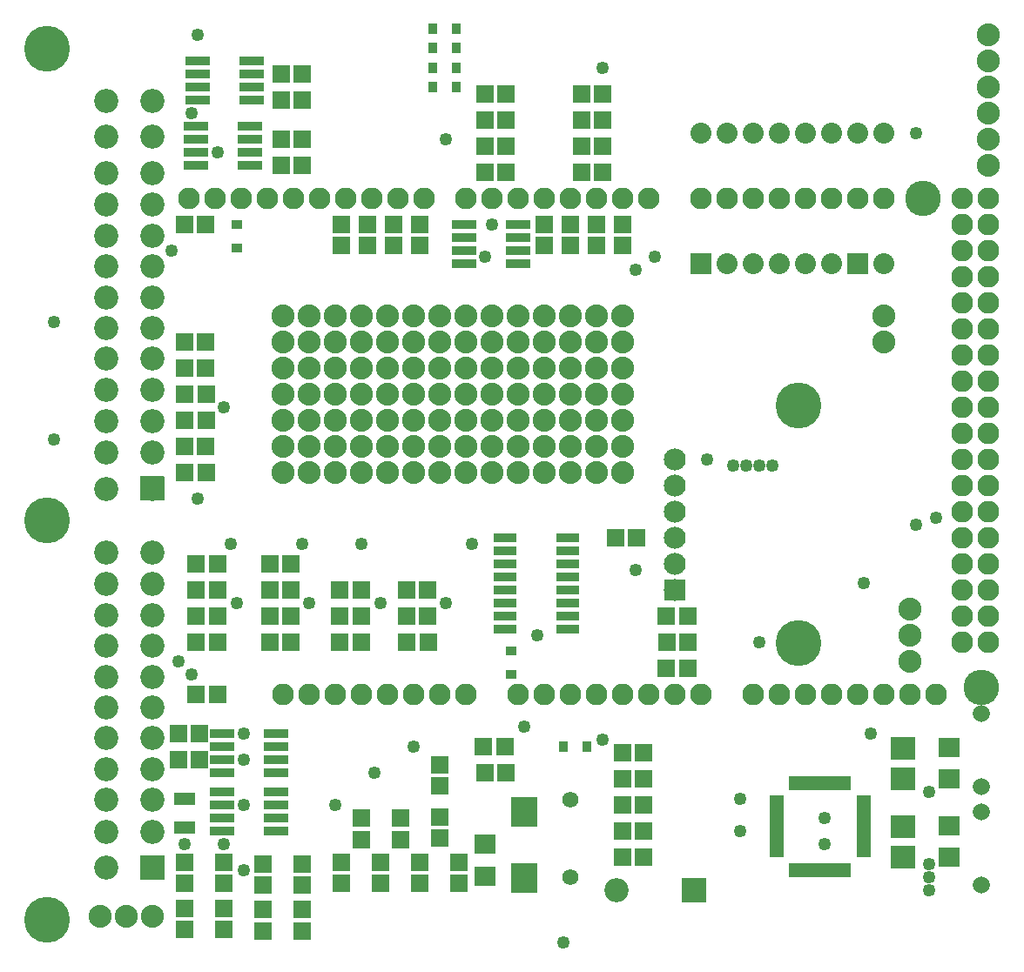
<source format=gts>
G04 MADE WITH FRITZING*
G04 WWW.FRITZING.ORG*
G04 DOUBLE SIDED*
G04 HOLES PLATED*
G04 CONTOUR ON CENTER OF CONTOUR VECTOR*
%ASAXBY*%
%FSLAX23Y23*%
%MOIN*%
%OFA0B0*%
%SFA1.0B1.0*%
%ADD10C,0.049370*%
%ADD11C,0.082917*%
%ADD12C,0.088000*%
%ADD13C,0.065433*%
%ADD14C,0.084000*%
%ADD15C,0.175354*%
%ADD16C,0.092672*%
%ADD17C,0.080000*%
%ADD18C,0.135984*%
%ADD19C,0.092000*%
%ADD20C,0.061496*%
%ADD21R,0.080866X0.049370*%
%ADD22R,0.065118X0.069055*%
%ADD23R,0.069055X0.065118*%
%ADD24R,0.042677X0.034803*%
%ADD25R,0.097000X0.034000*%
%ADD26R,0.034803X0.042677*%
%ADD27R,0.104488X0.112362*%
%ADD28R,0.084000X0.084000*%
%ADD29R,0.084803X0.072992*%
%ADD30R,0.080000X0.080000*%
%ADD31R,0.096614X0.088740*%
%ADD32R,0.092000X0.092000*%
%ADD33R,0.090000X0.036000*%
%ADD34R,0.020000X0.055000*%
%ADD35R,0.055000X0.020000*%
%ADD36R,0.001000X0.001000*%
%LNMASK1*%
G90*
G70*
G54D10*
X1866Y2853D03*
X2841Y778D03*
X2841Y653D03*
X3166Y703D03*
X3166Y603D03*
X1891Y2978D03*
X841Y3253D03*
X941Y503D03*
X741Y3403D03*
X766Y3703D03*
X216Y2603D03*
X216Y2153D03*
X1816Y1753D03*
X2066Y1403D03*
X2166Y228D03*
X741Y1253D03*
X766Y1928D03*
X2816Y2053D03*
X2866Y2053D03*
X2916Y2053D03*
X2966Y2053D03*
G54D11*
X2991Y1178D03*
X1391Y1178D03*
X3091Y1178D03*
X3191Y1178D03*
X3291Y1178D03*
X3391Y1178D03*
X3691Y2578D03*
X3491Y1178D03*
X3591Y1178D03*
X1431Y3078D03*
X1991Y1178D03*
X2091Y1178D03*
X2191Y1178D03*
X2291Y1178D03*
X3691Y1778D03*
X2391Y1178D03*
X2491Y1178D03*
X2591Y1178D03*
X2691Y1178D03*
X2191Y3078D03*
X3691Y2978D03*
X3691Y2178D03*
X3691Y1378D03*
X1031Y3078D03*
X1791Y1178D03*
X1791Y3078D03*
X3691Y2778D03*
X3691Y2378D03*
X3691Y1978D03*
X3391Y3078D03*
X3691Y1578D03*
X3291Y3078D03*
X3191Y3078D03*
X3091Y3078D03*
X2991Y3078D03*
X2891Y3078D03*
X2791Y3078D03*
X2691Y3078D03*
X831Y3078D03*
X1231Y3078D03*
X1631Y3078D03*
X1191Y1178D03*
X1591Y1178D03*
X2391Y3078D03*
X1991Y3078D03*
X3691Y3078D03*
X3691Y2878D03*
X3691Y2678D03*
X3691Y2478D03*
X3691Y2278D03*
X3691Y2078D03*
X3691Y1878D03*
X3691Y1678D03*
X3691Y1478D03*
X731Y3078D03*
X931Y3078D03*
X1131Y3078D03*
X1331Y3078D03*
X1531Y3078D03*
X1091Y1178D03*
X1291Y1178D03*
X1491Y1178D03*
X1691Y1178D03*
X2491Y3078D03*
X2291Y3078D03*
X2091Y3078D03*
X1891Y3078D03*
X3791Y3078D03*
X3791Y2978D03*
X3791Y2878D03*
X3791Y2778D03*
X3791Y2678D03*
X3791Y2578D03*
X3791Y2478D03*
X3791Y2378D03*
X3791Y2278D03*
X3791Y2178D03*
X3791Y2078D03*
X3791Y1978D03*
X3791Y1878D03*
X3791Y1778D03*
X3791Y1678D03*
X3791Y1578D03*
X3791Y1478D03*
X3791Y1378D03*
X2891Y1178D03*
G54D10*
X3566Y803D03*
X2316Y1003D03*
G54D12*
X1291Y2428D03*
X2091Y2028D03*
X2091Y2428D03*
X1991Y2528D03*
X1891Y2528D03*
X1991Y2028D03*
X1891Y2028D03*
X1991Y2428D03*
X2091Y2528D03*
X2191Y2028D03*
X2391Y2528D03*
X2391Y2028D03*
X2191Y2428D03*
X2391Y2428D03*
X2291Y2528D03*
X1891Y2428D03*
X2291Y2028D03*
X2191Y2528D03*
X2291Y2428D03*
X1491Y2028D03*
X1491Y2428D03*
X1491Y2528D03*
X1391Y2528D03*
X1391Y2028D03*
X1291Y2528D03*
X1391Y2428D03*
X1291Y2028D03*
X1791Y2528D03*
X1691Y2028D03*
X1691Y2528D03*
X1791Y2028D03*
X1791Y2428D03*
X1591Y2428D03*
X1691Y2428D03*
X1591Y2528D03*
X1591Y2028D03*
X591Y328D03*
X491Y328D03*
X391Y328D03*
X1291Y2128D03*
X2091Y2128D03*
X2191Y2128D03*
X2391Y2128D03*
X1891Y2128D03*
X2291Y2128D03*
X1991Y2128D03*
X1491Y2128D03*
X1391Y2128D03*
X1591Y2128D03*
X1791Y2128D03*
X1691Y2128D03*
X1291Y2228D03*
X1991Y2228D03*
X1891Y2228D03*
X2091Y2228D03*
X2291Y2228D03*
X2191Y2228D03*
X2391Y2228D03*
X1391Y2228D03*
X1491Y2228D03*
X1791Y2228D03*
X1591Y2228D03*
X1691Y2228D03*
X1291Y2328D03*
X2091Y2328D03*
X2191Y2328D03*
X2291Y2328D03*
X2391Y2328D03*
X1991Y2328D03*
X1891Y2328D03*
X1391Y2328D03*
X1591Y2328D03*
X1491Y2328D03*
X1691Y2328D03*
X1791Y2328D03*
G54D10*
X3566Y478D03*
X3566Y428D03*
X3566Y528D03*
X2716Y2078D03*
X2441Y2803D03*
X1716Y3303D03*
X2316Y3578D03*
X3591Y1853D03*
X2441Y1653D03*
X666Y2878D03*
X1591Y978D03*
X1441Y878D03*
X1291Y753D03*
G54D13*
X3766Y1103D03*
X3766Y823D03*
X3766Y1103D03*
X3766Y823D03*
G54D10*
X2016Y1053D03*
X3341Y1028D03*
G54D13*
X3766Y728D03*
X3766Y448D03*
X3766Y728D03*
X3766Y448D03*
G54D14*
X2591Y1578D03*
X2591Y1678D03*
X2591Y1778D03*
X2591Y1878D03*
X2591Y1978D03*
X2591Y2078D03*
G54D15*
X3064Y1373D03*
X3064Y2283D03*
G54D10*
X941Y1028D03*
X941Y928D03*
X866Y603D03*
X716Y603D03*
X941Y753D03*
G54D16*
X414Y514D03*
X414Y652D03*
X591Y652D03*
X414Y774D03*
X591Y774D03*
X414Y892D03*
X591Y892D03*
X414Y1010D03*
X591Y1010D03*
X414Y1128D03*
X591Y1128D03*
X414Y1246D03*
X591Y1246D03*
X414Y1364D03*
X591Y1364D03*
X414Y1482D03*
X591Y1482D03*
X414Y1601D03*
X591Y1601D03*
X414Y1722D03*
X591Y1722D03*
X414Y1966D03*
X414Y2105D03*
X591Y2105D03*
X414Y2226D03*
X591Y2226D03*
X414Y2345D03*
X591Y2345D03*
X414Y2463D03*
X591Y2463D03*
X414Y2581D03*
X591Y2581D03*
X414Y2699D03*
X591Y2699D03*
X414Y2817D03*
X591Y2817D03*
X414Y2936D03*
X591Y2936D03*
X414Y3054D03*
X591Y3054D03*
X414Y3176D03*
X591Y3176D03*
X414Y3313D03*
X591Y3313D03*
X414Y3451D03*
X591Y3451D03*
X591Y514D03*
X591Y1966D03*
G54D15*
X190Y315D03*
X190Y3650D03*
X190Y1845D03*
G54D10*
X3316Y1603D03*
X2916Y1378D03*
X2516Y2853D03*
G54D17*
X3391Y3329D03*
X3391Y2829D03*
X3291Y3329D03*
X3291Y2829D03*
X3191Y3329D03*
X3191Y2829D03*
X3091Y3329D03*
X3091Y2829D03*
X2991Y3329D03*
X2991Y2829D03*
X2891Y3329D03*
X2891Y2829D03*
X2791Y3329D03*
X2791Y2829D03*
X2691Y3329D03*
X2691Y2829D03*
G54D10*
X3516Y1828D03*
G54D18*
X3766Y1203D03*
X3541Y3078D03*
G54D19*
X2666Y428D03*
X2368Y428D03*
G54D20*
X2191Y478D03*
X2191Y773D03*
X2191Y478D03*
X2191Y773D03*
G54D10*
X916Y1528D03*
X1191Y1528D03*
X1466Y1528D03*
X1716Y1528D03*
X691Y1303D03*
X866Y2278D03*
X1391Y1753D03*
X1166Y1753D03*
X891Y1753D03*
G54D12*
X3791Y3203D03*
X3791Y3303D03*
X3791Y3403D03*
X3791Y3503D03*
X3791Y3603D03*
X3791Y3703D03*
X3391Y2628D03*
X3391Y2528D03*
X3491Y1503D03*
X3491Y1403D03*
X3491Y1303D03*
X1091Y2628D03*
X1091Y2528D03*
X1091Y2428D03*
X1091Y2328D03*
X1091Y2228D03*
X1091Y2128D03*
X1091Y2028D03*
X1191Y2628D03*
X1191Y2528D03*
X1191Y2428D03*
X1191Y2328D03*
X1191Y2228D03*
X1191Y2128D03*
X1191Y2028D03*
X1991Y2628D03*
X1891Y2628D03*
X2091Y2628D03*
X2391Y2628D03*
X2291Y2628D03*
X2191Y2628D03*
X1491Y2628D03*
X1391Y2628D03*
X1291Y2628D03*
X1791Y2628D03*
X1691Y2628D03*
X1591Y2628D03*
G54D10*
X3516Y3328D03*
G54D21*
X716Y778D03*
X716Y668D03*
G54D22*
X2641Y1278D03*
X2560Y1278D03*
X2561Y1378D03*
X2641Y1378D03*
X2641Y1478D03*
X2560Y1478D03*
G54D23*
X2391Y2978D03*
X2391Y2897D03*
X2291Y2978D03*
X2291Y2897D03*
X2091Y2978D03*
X2091Y2897D03*
X2191Y2978D03*
X2191Y2897D03*
G54D22*
X2366Y1778D03*
X2447Y1778D03*
X716Y2978D03*
X797Y2978D03*
G54D24*
X1966Y1253D03*
X1966Y1344D03*
X916Y2978D03*
X916Y2887D03*
G54D25*
X1066Y928D03*
X860Y878D03*
X860Y978D03*
X1066Y978D03*
X860Y928D03*
X1066Y1028D03*
X860Y1028D03*
X1066Y878D03*
X1066Y703D03*
X860Y653D03*
X860Y753D03*
X1066Y753D03*
X860Y703D03*
X1066Y803D03*
X860Y803D03*
X1066Y653D03*
G54D22*
X1941Y978D03*
X1860Y978D03*
X760Y1578D03*
X841Y1578D03*
X760Y1678D03*
X841Y1678D03*
X1566Y1478D03*
X1647Y1478D03*
X1566Y1578D03*
X1647Y1578D03*
X1866Y878D03*
X1947Y878D03*
G54D26*
X2166Y978D03*
X2257Y978D03*
G54D22*
X841Y1178D03*
X760Y1178D03*
X798Y2228D03*
X717Y2228D03*
X716Y2428D03*
X797Y2428D03*
X716Y2128D03*
X797Y2128D03*
G54D23*
X1166Y272D03*
X1166Y353D03*
X1016Y272D03*
X1016Y353D03*
X716Y278D03*
X716Y359D03*
X866Y278D03*
X866Y359D03*
X866Y453D03*
X866Y534D03*
X1541Y703D03*
X1541Y622D03*
G54D22*
X798Y2328D03*
X717Y2328D03*
G54D23*
X716Y453D03*
X716Y534D03*
X1391Y703D03*
X1391Y622D03*
X1166Y447D03*
X1166Y528D03*
X1016Y447D03*
X1016Y528D03*
G54D27*
X2016Y476D03*
X2016Y728D03*
G54D22*
X1866Y3178D03*
X1947Y3178D03*
G54D26*
X1666Y3653D03*
X1757Y3653D03*
X1666Y3728D03*
X1757Y3728D03*
X1666Y3503D03*
X1757Y3503D03*
X1666Y3578D03*
X1757Y3578D03*
G54D22*
X841Y1478D03*
X760Y1478D03*
X2316Y3478D03*
X2235Y3478D03*
G54D23*
X1316Y453D03*
X1316Y534D03*
G54D28*
X2591Y1578D03*
G54D23*
X1466Y453D03*
X1466Y534D03*
G54D22*
X841Y1378D03*
X760Y1378D03*
X716Y2528D03*
X797Y2528D03*
X798Y2028D03*
X717Y2028D03*
X2472Y753D03*
X2391Y753D03*
X1391Y1378D03*
X1310Y1378D03*
X1648Y1378D03*
X1567Y1378D03*
G54D29*
X3641Y853D03*
X3641Y975D03*
X3641Y553D03*
X3641Y675D03*
X1866Y603D03*
X1866Y481D03*
G54D22*
X1866Y3478D03*
X1947Y3478D03*
X2316Y3378D03*
X2235Y3378D03*
G54D30*
X2691Y2829D03*
X3291Y2829D03*
G54D22*
X1866Y3378D03*
X1947Y3378D03*
G54D31*
X3466Y971D03*
X3466Y853D03*
X3466Y671D03*
X3466Y553D03*
G54D23*
X1516Y2978D03*
X1516Y2897D03*
X1316Y2978D03*
X1316Y2897D03*
X1616Y2978D03*
X1616Y2897D03*
X1416Y2978D03*
X1416Y2897D03*
G54D32*
X2667Y428D03*
G54D22*
X1166Y3453D03*
X1085Y3453D03*
X1166Y3203D03*
X1085Y3203D03*
X1166Y3553D03*
X1085Y3553D03*
X1166Y3303D03*
X1085Y3303D03*
X2316Y3278D03*
X2235Y3278D03*
X2316Y3178D03*
X2235Y3178D03*
X1866Y3278D03*
X1947Y3278D03*
G54D25*
X1991Y2878D03*
X1785Y2828D03*
X1785Y2928D03*
X1991Y2928D03*
X1785Y2878D03*
X1991Y2978D03*
X1785Y2978D03*
X1991Y2828D03*
X972Y3503D03*
X766Y3453D03*
X766Y3553D03*
X972Y3553D03*
X766Y3503D03*
X972Y3603D03*
X766Y3603D03*
X972Y3453D03*
X966Y3253D03*
X760Y3203D03*
X760Y3303D03*
X966Y3303D03*
X760Y3253D03*
X966Y3353D03*
X760Y3353D03*
X966Y3203D03*
G54D22*
X1122Y1478D03*
X1041Y1478D03*
X1122Y1378D03*
X1041Y1378D03*
G54D23*
X1766Y453D03*
X1766Y534D03*
X1616Y453D03*
X1616Y534D03*
X1691Y628D03*
X1691Y709D03*
X1691Y909D03*
X1691Y828D03*
G54D22*
X2391Y853D03*
X2472Y853D03*
X1041Y1578D03*
X1121Y1578D03*
X1041Y1678D03*
X1122Y1678D03*
G54D33*
X2183Y1428D03*
X2183Y1478D03*
X2183Y1528D03*
X2183Y1578D03*
X2183Y1628D03*
X2183Y1678D03*
X2183Y1728D03*
X2183Y1778D03*
X1941Y1778D03*
X1941Y1728D03*
X1941Y1678D03*
X1941Y1628D03*
X1941Y1578D03*
X1941Y1528D03*
X1941Y1478D03*
X1941Y1428D03*
G54D34*
X3040Y505D03*
X3059Y505D03*
X3079Y505D03*
X3099Y505D03*
X3119Y505D03*
X3138Y505D03*
X3158Y505D03*
X3178Y505D03*
X3197Y505D03*
X3217Y505D03*
X3237Y505D03*
X3256Y505D03*
G54D35*
X3315Y564D03*
X3315Y583D03*
X3315Y603D03*
X3315Y623D03*
X3315Y642D03*
X3315Y662D03*
X3315Y682D03*
X3315Y701D03*
X3315Y721D03*
X3315Y741D03*
X3315Y761D03*
X3315Y780D03*
G54D34*
X3256Y839D03*
X3237Y839D03*
X3217Y839D03*
X3197Y839D03*
X3178Y839D03*
X3158Y839D03*
X3138Y839D03*
X3119Y839D03*
X3099Y839D03*
X3079Y839D03*
X3059Y839D03*
X3040Y839D03*
G54D35*
X2981Y780D03*
X2981Y761D03*
X2981Y741D03*
X2981Y721D03*
X2981Y701D03*
X2981Y682D03*
X2981Y662D03*
X2981Y642D03*
X2981Y623D03*
X2981Y603D03*
X2981Y583D03*
X2981Y564D03*
G54D22*
X1310Y1578D03*
X1391Y1578D03*
X1310Y1478D03*
X1391Y1478D03*
X2472Y653D03*
X2391Y653D03*
X2391Y553D03*
X2471Y553D03*
X2391Y953D03*
X2471Y953D03*
X691Y928D03*
X772Y928D03*
X772Y1028D03*
X691Y1028D03*
G54D36*
X545Y2013D02*
X636Y2013D01*
X545Y2012D02*
X637Y2012D01*
X545Y2011D02*
X637Y2011D01*
X545Y2010D02*
X637Y2010D01*
X545Y2009D02*
X637Y2009D01*
X545Y2008D02*
X637Y2008D01*
X545Y2007D02*
X637Y2007D01*
X545Y2006D02*
X637Y2006D01*
X545Y2005D02*
X637Y2005D01*
X545Y2004D02*
X637Y2004D01*
X545Y2003D02*
X637Y2003D01*
X545Y2002D02*
X637Y2002D01*
X545Y2001D02*
X637Y2001D01*
X545Y2000D02*
X637Y2000D01*
X545Y1999D02*
X637Y1999D01*
X545Y1998D02*
X637Y1998D01*
X545Y1997D02*
X637Y1997D01*
X545Y1996D02*
X637Y1996D01*
X545Y1995D02*
X637Y1995D01*
X545Y1994D02*
X637Y1994D01*
X545Y1993D02*
X637Y1993D01*
X545Y1992D02*
X637Y1992D01*
X545Y1991D02*
X637Y1991D01*
X545Y1990D02*
X637Y1990D01*
X545Y1989D02*
X637Y1989D01*
X545Y1988D02*
X637Y1988D01*
X545Y1987D02*
X637Y1987D01*
X545Y1986D02*
X637Y1986D01*
X545Y1985D02*
X637Y1985D01*
X545Y1984D02*
X588Y1984D01*
X593Y1984D02*
X637Y1984D01*
X545Y1983D02*
X584Y1983D01*
X598Y1983D02*
X637Y1983D01*
X545Y1982D02*
X582Y1982D01*
X600Y1982D02*
X637Y1982D01*
X545Y1981D02*
X580Y1981D01*
X601Y1981D02*
X637Y1981D01*
X545Y1980D02*
X579Y1980D01*
X602Y1980D02*
X637Y1980D01*
X545Y1979D02*
X578Y1979D01*
X603Y1979D02*
X637Y1979D01*
X545Y1978D02*
X577Y1978D01*
X604Y1978D02*
X637Y1978D01*
X545Y1977D02*
X576Y1977D01*
X605Y1977D02*
X637Y1977D01*
X545Y1976D02*
X576Y1976D01*
X606Y1976D02*
X637Y1976D01*
X545Y1975D02*
X575Y1975D01*
X606Y1975D02*
X637Y1975D01*
X545Y1974D02*
X574Y1974D01*
X607Y1974D02*
X637Y1974D01*
X545Y1973D02*
X574Y1973D01*
X607Y1973D02*
X637Y1973D01*
X545Y1972D02*
X574Y1972D01*
X608Y1972D02*
X637Y1972D01*
X545Y1971D02*
X573Y1971D01*
X608Y1971D02*
X637Y1971D01*
X545Y1970D02*
X573Y1970D01*
X608Y1970D02*
X637Y1970D01*
X545Y1969D02*
X573Y1969D01*
X608Y1969D02*
X637Y1969D01*
X545Y1968D02*
X573Y1968D01*
X608Y1968D02*
X637Y1968D01*
X545Y1967D02*
X573Y1967D01*
X608Y1967D02*
X637Y1967D01*
X545Y1966D02*
X573Y1966D01*
X608Y1966D02*
X637Y1966D01*
X545Y1965D02*
X573Y1965D01*
X608Y1965D02*
X637Y1965D01*
X545Y1964D02*
X573Y1964D01*
X608Y1964D02*
X637Y1964D01*
X545Y1963D02*
X573Y1963D01*
X608Y1963D02*
X637Y1963D01*
X545Y1962D02*
X574Y1962D01*
X608Y1962D02*
X637Y1962D01*
X545Y1961D02*
X574Y1961D01*
X607Y1961D02*
X637Y1961D01*
X545Y1960D02*
X574Y1960D01*
X607Y1960D02*
X637Y1960D01*
X545Y1959D02*
X575Y1959D01*
X606Y1959D02*
X637Y1959D01*
X545Y1958D02*
X575Y1958D01*
X606Y1958D02*
X637Y1958D01*
X545Y1957D02*
X576Y1957D01*
X605Y1957D02*
X637Y1957D01*
X545Y1956D02*
X577Y1956D01*
X604Y1956D02*
X637Y1956D01*
X545Y1955D02*
X578Y1955D01*
X603Y1955D02*
X637Y1955D01*
X545Y1954D02*
X579Y1954D01*
X602Y1954D02*
X637Y1954D01*
X545Y1953D02*
X580Y1953D01*
X601Y1953D02*
X637Y1953D01*
X545Y1952D02*
X582Y1952D01*
X600Y1952D02*
X637Y1952D01*
X545Y1951D02*
X584Y1951D01*
X598Y1951D02*
X637Y1951D01*
X545Y1950D02*
X588Y1950D01*
X594Y1950D02*
X637Y1950D01*
X545Y1949D02*
X637Y1949D01*
X545Y1948D02*
X637Y1948D01*
X545Y1947D02*
X637Y1947D01*
X545Y1946D02*
X637Y1946D01*
X545Y1945D02*
X637Y1945D01*
X545Y1944D02*
X637Y1944D01*
X545Y1943D02*
X637Y1943D01*
X545Y1942D02*
X637Y1942D01*
X545Y1941D02*
X637Y1941D01*
X545Y1940D02*
X637Y1940D01*
X545Y1939D02*
X637Y1939D01*
X545Y1938D02*
X637Y1938D01*
X545Y1937D02*
X637Y1937D01*
X545Y1936D02*
X637Y1936D01*
X545Y1935D02*
X637Y1935D01*
X545Y1934D02*
X637Y1934D01*
X545Y1933D02*
X637Y1933D01*
X545Y1932D02*
X637Y1932D01*
X545Y1931D02*
X637Y1931D01*
X545Y1930D02*
X637Y1930D01*
X545Y1929D02*
X637Y1929D01*
X545Y1928D02*
X637Y1928D01*
X545Y1927D02*
X637Y1927D01*
X545Y1926D02*
X637Y1926D01*
X545Y1925D02*
X637Y1925D01*
X545Y1924D02*
X637Y1924D01*
X545Y1923D02*
X637Y1923D01*
X545Y1922D02*
X637Y1922D01*
X545Y1921D02*
X636Y1921D01*
X545Y560D02*
X637Y560D01*
X545Y559D02*
X637Y559D01*
X545Y558D02*
X637Y558D01*
X545Y557D02*
X637Y557D01*
X545Y556D02*
X637Y556D01*
X545Y555D02*
X637Y555D01*
X545Y554D02*
X637Y554D01*
X545Y553D02*
X637Y553D01*
X545Y552D02*
X637Y552D01*
X545Y551D02*
X637Y551D01*
X545Y550D02*
X637Y550D01*
X545Y549D02*
X637Y549D01*
X545Y548D02*
X637Y548D01*
X545Y547D02*
X637Y547D01*
X545Y546D02*
X637Y546D01*
X545Y545D02*
X637Y545D01*
X545Y544D02*
X637Y544D01*
X545Y543D02*
X637Y543D01*
X545Y542D02*
X637Y542D01*
X545Y541D02*
X637Y541D01*
X545Y540D02*
X637Y540D01*
X545Y539D02*
X637Y539D01*
X545Y538D02*
X637Y538D01*
X545Y537D02*
X637Y537D01*
X545Y536D02*
X637Y536D01*
X545Y535D02*
X637Y535D01*
X545Y534D02*
X637Y534D01*
X545Y533D02*
X637Y533D01*
X545Y532D02*
X637Y532D01*
X545Y531D02*
X586Y531D01*
X596Y531D02*
X637Y531D01*
X545Y530D02*
X583Y530D01*
X599Y530D02*
X637Y530D01*
X545Y529D02*
X581Y529D01*
X600Y529D02*
X637Y529D01*
X545Y528D02*
X580Y528D01*
X602Y528D02*
X637Y528D01*
X545Y527D02*
X578Y527D01*
X603Y527D02*
X637Y527D01*
X545Y526D02*
X578Y526D01*
X604Y526D02*
X637Y526D01*
X545Y525D02*
X577Y525D01*
X605Y525D02*
X637Y525D01*
X545Y524D02*
X576Y524D01*
X606Y524D02*
X637Y524D01*
X545Y523D02*
X575Y523D01*
X606Y523D02*
X637Y523D01*
X545Y522D02*
X575Y522D01*
X607Y522D02*
X637Y522D01*
X545Y521D02*
X574Y521D01*
X607Y521D02*
X637Y521D01*
X545Y520D02*
X574Y520D01*
X607Y520D02*
X637Y520D01*
X545Y519D02*
X574Y519D01*
X608Y519D02*
X637Y519D01*
X545Y518D02*
X573Y518D01*
X608Y518D02*
X637Y518D01*
X545Y517D02*
X573Y517D01*
X608Y517D02*
X637Y517D01*
X545Y516D02*
X573Y516D01*
X608Y516D02*
X637Y516D01*
X545Y515D02*
X573Y515D01*
X608Y515D02*
X637Y515D01*
X545Y514D02*
X573Y514D01*
X608Y514D02*
X637Y514D01*
X545Y513D02*
X573Y513D01*
X608Y513D02*
X637Y513D01*
X545Y512D02*
X573Y512D01*
X608Y512D02*
X637Y512D01*
X545Y511D02*
X573Y511D01*
X608Y511D02*
X637Y511D01*
X545Y510D02*
X573Y510D01*
X608Y510D02*
X637Y510D01*
X545Y509D02*
X574Y509D01*
X608Y509D02*
X637Y509D01*
X545Y508D02*
X574Y508D01*
X607Y508D02*
X637Y508D01*
X545Y507D02*
X575Y507D01*
X607Y507D02*
X637Y507D01*
X545Y506D02*
X575Y506D01*
X606Y506D02*
X637Y506D01*
X545Y505D02*
X576Y505D01*
X606Y505D02*
X637Y505D01*
X545Y504D02*
X576Y504D01*
X605Y504D02*
X637Y504D01*
X545Y503D02*
X577Y503D01*
X604Y503D02*
X637Y503D01*
X545Y502D02*
X578Y502D01*
X603Y502D02*
X637Y502D01*
X545Y501D02*
X579Y501D01*
X602Y501D02*
X637Y501D01*
X545Y500D02*
X581Y500D01*
X600Y500D02*
X637Y500D01*
X545Y499D02*
X583Y499D01*
X599Y499D02*
X637Y499D01*
X545Y498D02*
X585Y498D01*
X596Y498D02*
X637Y498D01*
X545Y497D02*
X637Y497D01*
X545Y496D02*
X637Y496D01*
X545Y495D02*
X637Y495D01*
X545Y494D02*
X637Y494D01*
X545Y493D02*
X637Y493D01*
X545Y492D02*
X637Y492D01*
X545Y491D02*
X637Y491D01*
X545Y490D02*
X637Y490D01*
X545Y489D02*
X637Y489D01*
X545Y488D02*
X637Y488D01*
X545Y487D02*
X637Y487D01*
X545Y486D02*
X637Y486D01*
X545Y485D02*
X637Y485D01*
X545Y484D02*
X637Y484D01*
X545Y483D02*
X637Y483D01*
X545Y482D02*
X637Y482D01*
X545Y481D02*
X637Y481D01*
X545Y480D02*
X637Y480D01*
X545Y479D02*
X637Y479D01*
X545Y478D02*
X637Y478D01*
X545Y477D02*
X637Y477D01*
X545Y476D02*
X637Y476D01*
X545Y475D02*
X637Y475D01*
X545Y474D02*
X637Y474D01*
X545Y473D02*
X637Y473D01*
X545Y472D02*
X637Y472D01*
X545Y471D02*
X637Y471D01*
X545Y470D02*
X637Y470D01*
X545Y469D02*
X637Y469D01*
D02*
G04 End of Mask1*
M02*
</source>
